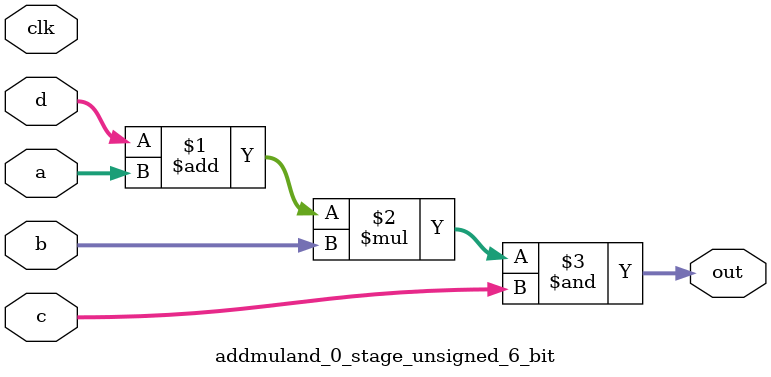
<source format=sv>
(* use_dsp = "yes" *) module addmuland_0_stage_unsigned_6_bit(
	input  [5:0] a,
	input  [5:0] b,
	input  [5:0] c,
	input  [5:0] d,
	output [5:0] out,
	input clk);

	assign out = ((d + a) * b) & c;
endmodule

</source>
